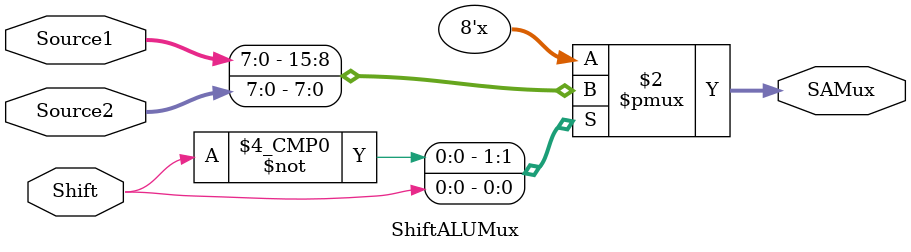
<source format=sv>
/* Filename: ShiftALUMux.sv
 * Authors: Luke Rohrer, Max Zhao, Josh Robertson
 * Date: 5/11/18
 * Description: This file contains the the plumbing module for ShiftALUMux
*/

module ShiftALUMux (
  input [7:0] Source1,
  input [7:0] Source2,
  input Shift,
  output logic [7:0] SAMux
  );

  // Always do this Combinationally
  always_comb begin
    case(Shift)

      // Select Source1 (SAMux)
      0 : SAMux = Source1;

      // Select Source2 (DataMemOut)
      1 : SAMux = Source2;

    endcase
  end
endmodule

</source>
